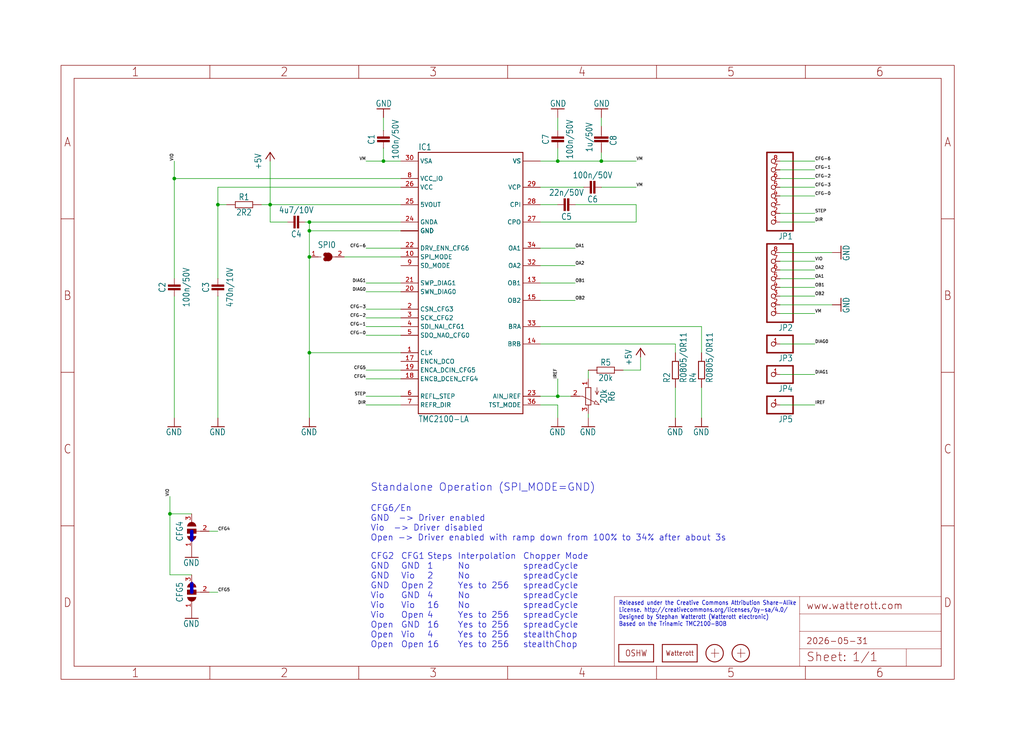
<source format=kicad_sch>
(kicad_sch (version 20230121) (generator eeschema)
  (paper "User" 298.45 217.322)
  (lib_symbols
    (symbol "working-eagle-import:+5V" (power)
      (property "Value" "+5V" (at -2.54 -5.08 90))
      (symbol "+5V_1_0"
        (polyline (pts (xy 0 0) (xy -1.27 -1.905)) (stroke (width 0.254)))
        (polyline (pts (xy 1.27 -1.905) (xy 0 0)) (stroke (width 0.254)))
        (pin power_in line (at 0 -2.54 90) (length 2.54) (name "+5V") (number "1"))
      )
    )
    (symbol "working-eagle-import:C-EUC0603"
      (property "Reference" "C" (at 1.524 0.381 0))
      (symbol "C-EUC0603_1_0"
        (rectangle (start -2.032 -2.032) (end 2.032 -1.524) (fill (type outline)))
        (rectangle (start -2.032 -1.016) (end 2.032 -0.508) (fill (type outline)))
        (polyline (pts (xy 0 -2.54) (xy 0 -2.032)) (stroke (width 0.1524)))
        (polyline (pts (xy 0 0) (xy 0 -0.508)) (stroke (width 0.1524)))
        (pin passive line (at 0 2.54 270) (length 2.54) (name "1") (number "1"))
        (pin passive line (at 0 -5.08 90) (length 2.54) (name "2") (number "2"))
      )
    )
    (symbol "working-eagle-import:CAPACITOR-0402"
      (property "Reference" "C" (at 0 2.54 0))
      (symbol "CAPACITOR-0402_1_0"
        (rectangle (start -0.762 1.778) (end -0.254 -1.778) (fill (type outline)))
        (polyline (pts (xy -2.54 0) (xy -0.762 0)) (stroke (width 0.1524)))
        (polyline (pts (xy 2.54 0) (xy 0.762 0)) (stroke (width 0.1524)))
        (rectangle (start 0.254 1.778) (end 0.762 -1.778) (fill (type outline)))
        (pin passive line (at -2.54 0 0) (length 0) (name "1") (number "1"))
        (pin passive line (at 2.54 0 180) (length 0) (name "2") (number "2"))
      )
    )
    (symbol "working-eagle-import:FRAME-A4L"
      (symbol "FRAME-A4L_1_0"
        (polyline (pts (xy 0 44.7675) (xy 3.81 44.7675)))
        (polyline (pts (xy 0 89.535) (xy 3.81 89.535)))
        (polyline (pts (xy 0 134.3025) (xy 3.81 134.3025)))
        (polyline (pts (xy 3.81 3.81) (xy 3.81 175.26)))
        (polyline (pts (xy 43.3917 0) (xy 43.3917 3.81)))
        (polyline (pts (xy 43.3917 175.26) (xy 43.3917 179.07)))
        (polyline (pts (xy 86.7833 0) (xy 86.7833 3.81)))
        (polyline (pts (xy 86.7833 175.26) (xy 86.7833 179.07)))
        (polyline (pts (xy 130.175 0) (xy 130.175 3.81)))
        (polyline (pts (xy 130.175 175.26) (xy 130.175 179.07)))
        (polyline (pts (xy 161.29 3.81) (xy 161.29 24.13)) (stroke (width 0.1016)))
        (polyline (pts (xy 161.29 24.13) (xy 215.265 24.13)) (stroke (width 0.1016)))
        (polyline (pts (xy 173.5667 0) (xy 173.5667 3.81)))
        (polyline (pts (xy 173.5667 175.26) (xy 173.5667 179.07)))
        (polyline (pts (xy 215.265 8.89) (xy 215.265 3.81)) (stroke (width 0.1016)))
        (polyline (pts (xy 215.265 8.89) (xy 215.265 13.97)) (stroke (width 0.1016)))
        (polyline (pts (xy 215.265 13.97) (xy 215.265 19.05)) (stroke (width 0.1016)))
        (polyline (pts (xy 215.265 13.97) (xy 256.54 13.97)) (stroke (width 0.1016)))
        (polyline (pts (xy 215.265 19.05) (xy 215.265 24.13)) (stroke (width 0.1016)))
        (polyline (pts (xy 215.265 19.05) (xy 256.54 19.05)) (stroke (width 0.1016)))
        (polyline (pts (xy 215.265 24.13) (xy 256.54 24.13)) (stroke (width 0.1016)))
        (polyline (pts (xy 216.9583 0) (xy 216.9583 3.81)))
        (polyline (pts (xy 216.9583 175.26) (xy 216.9583 179.07)))
        (polyline (pts (xy 246.38 3.81) (xy 246.38 8.89)) (stroke (width 0.1016)))
        (polyline (pts (xy 246.38 8.89) (xy 215.265 8.89)) (stroke (width 0.1016)))
        (polyline (pts (xy 246.38 8.89) (xy 256.54 8.89)) (stroke (width 0.1016)))
        (polyline (pts (xy 256.54 3.81) (xy 3.81 3.81)))
        (polyline (pts (xy 256.54 3.81) (xy 256.54 8.89)) (stroke (width 0.1016)))
        (polyline (pts (xy 256.54 3.81) (xy 256.54 175.26)))
        (polyline (pts (xy 256.54 8.89) (xy 256.54 13.97)) (stroke (width 0.1016)))
        (polyline (pts (xy 256.54 13.97) (xy 256.54 19.05)) (stroke (width 0.1016)))
        (polyline (pts (xy 256.54 19.05) (xy 256.54 24.13)) (stroke (width 0.1016)))
        (polyline (pts (xy 256.54 44.7675) (xy 260.35 44.7675)))
        (polyline (pts (xy 256.54 89.535) (xy 260.35 89.535)))
        (polyline (pts (xy 256.54 134.3025) (xy 260.35 134.3025)))
        (polyline (pts (xy 256.54 175.26) (xy 3.81 175.26)))
        (polyline (pts (xy 0 0) (xy 260.35 0) (xy 260.35 179.07) (xy 0 179.07) (xy 0 0)))
        (text "${#}/${##}" (at 230.505 5.08 0) (effects (font (size 2.54 2.54)) (justify left bottom)))
        (text "${CURRENT_DATE}" (at 217.17 10.16 0) (effects (font (size 1.778 1.778)) (justify left bottom)))
        (text "${PROJECTNAME}" (at 217.17 15.24 0) (effects (font (size 1.778 1.778)) (justify left bottom)))
        (text "1" (at 21.6958 1.905 0) (effects (font (size 2.54 2.286))))
        (text "1" (at 21.6958 177.165 0) (effects (font (size 2.54 2.286))))
        (text "2" (at 65.0875 1.905 0) (effects (font (size 2.54 2.286))))
        (text "2" (at 65.0875 177.165 0) (effects (font (size 2.54 2.286))))
        (text "3" (at 108.4792 1.905 0) (effects (font (size 2.54 2.286))))
        (text "3" (at 108.4792 177.165 0) (effects (font (size 2.54 2.286))))
        (text "4" (at 151.8708 1.905 0) (effects (font (size 2.54 2.286))))
        (text "4" (at 151.8708 177.165 0) (effects (font (size 2.54 2.286))))
        (text "5" (at 195.2625 1.905 0) (effects (font (size 2.54 2.286))))
        (text "5" (at 195.2625 177.165 0) (effects (font (size 2.54 2.286))))
        (text "6" (at 238.6542 1.905 0) (effects (font (size 2.54 2.286))))
        (text "6" (at 238.6542 177.165 0) (effects (font (size 2.54 2.286))))
        (text "A" (at 1.905 156.6863 0) (effects (font (size 2.54 2.286))))
        (text "A" (at 258.445 156.6863 0) (effects (font (size 2.54 2.286))))
        (text "B" (at 1.905 111.9188 0) (effects (font (size 2.54 2.286))))
        (text "B" (at 258.445 111.9188 0) (effects (font (size 2.54 2.286))))
        (text "C" (at 1.905 67.1513 0) (effects (font (size 2.54 2.286))))
        (text "C" (at 258.445 67.1513 0) (effects (font (size 2.54 2.286))))
        (text "D" (at 1.905 22.3838 0) (effects (font (size 2.54 2.286))))
        (text "D" (at 258.445 22.3838 0) (effects (font (size 2.54 2.286))))
        (text "Sheet:" (at 217.17 5.08 0) (effects (font (size 2.54 2.54)) (justify left bottom)))
        (text "www.watterott.com" (at 217.17 20.32 0) (effects (font (size 2.032 2.032)) (justify left bottom)))
      )
    )
    (symbol "working-eagle-import:GND" (power)
      (property "Value" "GND" (at -2.54 -2.54 0))
      (symbol "GND_1_0"
        (polyline (pts (xy -1.905 0) (xy 1.905 0)) (stroke (width 0.254)))
        (pin power_in line (at 0 2.54 270) (length 2.54) (name "GND") (number "1"))
      )
    )
    (symbol "working-eagle-import:JUMPER2-0402-NC"
      (property "Reference" "J" (at 0 2.54 0))
      (symbol "JUMPER2-0402-NC_1_0"
        (arc (start -0.381 -0.635) (mid 0.2514 -0.0001) (end -0.3808 0.635) (stroke (width 1.27)))
        (polyline (pts (xy -2.54 0) (xy -1.651 0)) (stroke (width 0.1524)))
        (polyline (pts (xy 2.54 0) (xy 1.651 0)) (stroke (width 0.1524)))
        (arc (start 0.3808 -0.635) (mid 1.0132 -0.0001) (end 0.381 0.635) (stroke (width 1.27)))
        (pin passive line (at -5.08 0 0) (length 2.54) (name "1") (number "1"))
        (pin passive line (at 5.08 0 180) (length 2.54) (name "2") (number "2"))
      )
    )
    (symbol "working-eagle-import:JUMPER3-0201"
      (property "Reference" "J" (at 2.54 0 90))
      (symbol "JUMPER3-0201_1_0"
        (arc (start -1.27 -1.397) (mid 0 -2.6615) (end 1.27 -1.397) (stroke (width 0.0001)) (fill (type outline)))
        (rectangle (start -1.27 -0.635) (end 1.27 0.635) (fill (type outline)))
        (polyline (pts (xy -2.54 0) (xy -1.27 0)) (stroke (width 0.1524)))
        (polyline (pts (xy -1.27 -0.635) (xy -1.27 0)) (stroke (width 0.1524)))
        (polyline (pts (xy -1.27 0) (xy -1.27 0.635)) (stroke (width 0.1524)))
        (polyline (pts (xy -1.27 0.635) (xy 1.27 0.635)) (stroke (width 0.1524)))
        (polyline (pts (xy 1.27 -0.635) (xy -1.27 -0.635)) (stroke (width 0.1524)))
        (polyline (pts (xy 1.27 0.635) (xy 1.27 -0.635)) (stroke (width 0.1524)))
        (arc (start 1.27 1.397) (mid 0 2.6615) (end -1.27 1.397) (stroke (width 0.0001)) (fill (type outline)))
        (pin passive line (at 0 5.08 270) (length 2.54) (name "1") (number "1"))
        (pin passive line (at -5.08 0 0) (length 2.54) (name "2") (number "2"))
        (pin passive line (at 0 -5.08 90) (length 2.54) (name "3") (number "3"))
      )
    )
    (symbol "working-eagle-import:LOGO-S_PLACE_M"
      (symbol "LOGO-S_PLACE_M_1_0"
        (polyline (pts (xy -5.08 -2.54) (xy -5.08 2.54)) (stroke (width 0.254)))
        (polyline (pts (xy -5.08 2.54) (xy 5.08 2.54)) (stroke (width 0.254)))
        (polyline (pts (xy 5.08 -2.54) (xy -5.08 -2.54)) (stroke (width 0.254)))
        (polyline (pts (xy 5.08 2.54) (xy 5.08 -2.54)) (stroke (width 0.254)))
        (text "Watterott" (at 0 0 0) (effects (font (size 1.4224 1.209))))
      )
    )
    (symbol "working-eagle-import:OSHW_LOGOX0070"
      (symbol "OSHW_LOGOX0070_1_0"
        (polyline (pts (xy -5.08 -2.54) (xy -5.08 2.54)) (stroke (width 0.254)))
        (polyline (pts (xy -5.08 2.54) (xy 5.08 2.54)) (stroke (width 0.254)))
        (polyline (pts (xy 5.08 -2.54) (xy -5.08 -2.54)) (stroke (width 0.254)))
        (polyline (pts (xy 5.08 2.54) (xy 5.08 -2.54)) (stroke (width 0.254)))
        (text "OSHW" (at 0 0 0) (effects (font (size 1.778 1.5113))))
      )
    )
    (symbol "working-eagle-import:PASSER-07"
      (symbol "PASSER-07_1_0"
        (polyline (pts (xy -1.016 0) (xy 1.27 0)) (stroke (width 0.127)))
        (polyline (pts (xy 0 1.27) (xy 0 -1.27)) (stroke (width 0.127)))
        (circle (center 0 0) (radius 2.54) (stroke (width 0.254)))
      )
    )
    (symbol "working-eagle-import:PINHD-1X08_2.54-S"
      (property "Reference" "JP" (at -6.35 13.335 0))
      (symbol "PINHD-1X08_2.54-S_1_0"
        (polyline (pts (xy -6.35 -10.16) (xy 1.27 -10.16)) (stroke (width 0.4064)))
        (polyline (pts (xy -6.35 12.7) (xy -6.35 -10.16)) (stroke (width 0.4064)))
        (polyline (pts (xy 1.27 -10.16) (xy 1.27 12.7)) (stroke (width 0.4064)))
        (polyline (pts (xy 1.27 12.7) (xy -6.35 12.7)) (stroke (width 0.4064)))
        (pin passive inverted (at -2.54 10.16 0) (length 2.54) (name "1") (number "1"))
        (pin passive inverted (at -2.54 7.62 0) (length 2.54) (name "2") (number "2"))
        (pin passive inverted (at -2.54 5.08 0) (length 2.54) (name "3") (number "3"))
        (pin passive inverted (at -2.54 2.54 0) (length 2.54) (name "4") (number "4"))
        (pin passive inverted (at -2.54 0 0) (length 2.54) (name "5") (number "5"))
        (pin passive inverted (at -2.54 -2.54 0) (length 2.54) (name "6") (number "6"))
        (pin passive inverted (at -2.54 -5.08 0) (length 2.54) (name "7") (number "7"))
        (pin passive inverted (at -2.54 -7.62 0) (length 2.54) (name "8") (number "8"))
      )
    )
    (symbol "working-eagle-import:PINHD-1X1"
      (property "Reference" "JP" (at -6.35 3.175 0))
      (symbol "PINHD-1X1_1_0"
        (polyline (pts (xy -6.35 -2.54) (xy 1.27 -2.54)) (stroke (width 0.4064)))
        (polyline (pts (xy -6.35 2.54) (xy -6.35 -2.54)) (stroke (width 0.4064)))
        (polyline (pts (xy 1.27 -2.54) (xy 1.27 2.54)) (stroke (width 0.4064)))
        (polyline (pts (xy 1.27 2.54) (xy -6.35 2.54)) (stroke (width 0.4064)))
        (pin passive inverted (at -2.54 0 0) (length 2.54) (name "1") (number "1"))
      )
    )
    (symbol "working-eagle-import:POTEVM3R"
      (property "Reference" "R" (at -5.842 0 90))
      (symbol "POTEVM3R_1_0"
        (polyline (pts (xy -3.1989 2.4495) (xy -1.7018 2.2352)) (stroke (width 0.1524)))
        (polyline (pts (xy -2.54 -2.54) (xy -2.54 -0.508)) (stroke (width 0.1524)))
        (polyline (pts (xy -2.54 -0.508) (xy -3.048 -1.524)) (stroke (width 0.1524)))
        (polyline (pts (xy -2.54 -0.508) (xy -2.032 -1.524)) (stroke (width 0.1524)))
        (polyline (pts (xy -2.1597 1.2939) (xy -3.1989 2.4495)) (stroke (width 0.1524)))
        (polyline (pts (xy -2.1597 1.2939) (xy -1.7018 2.2352)) (stroke (width 0.1524)))
        (polyline (pts (xy -0.762 -2.54) (xy 0.762 -2.54)) (stroke (width 0.2032)))
        (polyline (pts (xy -0.762 2.54) (xy -0.762 -2.54)) (stroke (width 0.2032)))
        (polyline (pts (xy 0.762 -2.54) (xy 0.762 2.54)) (stroke (width 0.2032)))
        (polyline (pts (xy 0.762 2.54) (xy -0.762 2.54)) (stroke (width 0.2032)))
        (polyline (pts (xy 1.651 0) (xy -1.8796 1.7526)) (stroke (width 0.1524)))
        (polyline (pts (xy 2.54 0) (xy 1.651 0)) (stroke (width 0.1524)))
        (pin passive line (at 0 -5.08 90) (length 2.54) (name "A") (number "1"))
        (pin passive line (at 5.08 0 180) (length 2.54) (name "S") (number "2"))
        (pin passive line (at 0 5.08 270) (length 2.54) (name "E") (number "3"))
      )
    )
    (symbol "working-eagle-import:R-EU_M0805"
      (property "Reference" "R" (at -3.81 1.4986 0))
      (symbol "R-EU_M0805_1_0"
        (polyline (pts (xy -2.54 -0.889) (xy -2.54 0.889)) (stroke (width 0.254)))
        (polyline (pts (xy -2.54 -0.889) (xy 2.54 -0.889)) (stroke (width 0.254)))
        (polyline (pts (xy 2.54 -0.889) (xy 2.54 0.889)) (stroke (width 0.254)))
        (polyline (pts (xy 2.54 0.889) (xy -2.54 0.889)) (stroke (width 0.254)))
        (pin passive line (at -5.08 0 0) (length 2.54) (name "1") (number "1"))
        (pin passive line (at 5.08 0 180) (length 2.54) (name "2") (number "2"))
      )
    )
    (symbol "working-eagle-import:RESISTOR-0402"
      (property "Reference" "R" (at 0 1.27 0))
      (symbol "RESISTOR-0402_1_0"
        (polyline (pts (xy -2.54 -0.889) (xy -2.54 0.889)) (stroke (width 0.2032)))
        (polyline (pts (xy -2.54 0.889) (xy 2.54 0.889)) (stroke (width 0.2032)))
        (polyline (pts (xy 2.54 -0.889) (xy -2.54 -0.889)) (stroke (width 0.2032)))
        (polyline (pts (xy 2.54 0.889) (xy 2.54 -0.889)) (stroke (width 0.2032)))
        (pin passive line (at -5.08 0 0) (length 2.54) (name "1") (number "1"))
        (pin passive line (at 5.08 0 180) (length 2.54) (name "2") (number "2"))
      )
    )
    (symbol "working-eagle-import:TMC2100-LA"
      (property "Reference" "IC" (at -15.24 40.64 0))
      (symbol "TMC2100-LA_1_0"
        (polyline (pts (xy -15.24 -38.1) (xy 15.24 -38.1)) (stroke (width 0.254)))
        (polyline (pts (xy -15.24 38.1) (xy -15.24 -38.1)) (stroke (width 0.254)))
        (polyline (pts (xy 15.24 -38.1) (xy 15.24 38.1)) (stroke (width 0.254)))
        (polyline (pts (xy 15.24 38.1) (xy -15.24 38.1)) (stroke (width 0.254)))
        (pin bidirectional line (at -20.32 -20.32 0) (length 5.08) (name "CLK") (number "1"))
        (pin bidirectional line (at -20.32 7.62 0) (length 5.08) (name "SPI_MODE") (number "10"))
        (pin power_in line (at -20.32 15.24 0) (length 5.08) (name "GND") (number "11"))
        (pin power_in line (at -20.32 15.24 0) (length 5.08) (name "GND") (number "12"))
        (pin output line (at 20.32 0 180) (length 5.08) (name "OB1") (number "13"))
        (pin output line (at 20.32 -17.78 180) (length 5.08) (name "BRB") (number "14"))
        (pin output line (at 20.32 -5.08 180) (length 5.08) (name "OB2") (number "15"))
        (pin power_in line (at 20.32 35.56 180) (length 5.08) (name "VS") (number "16"))
        (pin bidirectional line (at -20.32 -22.86 0) (length 5.08) (name "ENCN_DCO") (number "17"))
        (pin bidirectional line (at -20.32 -27.94 0) (length 5.08) (name "ENCB_DCEN_CFG4") (number "18"))
        (pin bidirectional line (at -20.32 -25.4 0) (length 5.08) (name "ENCA_DCIN_CFG5") (number "19"))
        (pin bidirectional line (at -20.32 -7.62 0) (length 5.08) (name "CSN_CFG3") (number "2"))
        (pin bidirectional line (at -20.32 -2.54 0) (length 5.08) (name "SWN_DIAG0") (number "20"))
        (pin bidirectional line (at -20.32 0 0) (length 5.08) (name "SWP_DIAG1") (number "21"))
        (pin bidirectional line (at -20.32 10.16 0) (length 5.08) (name "DRV_ENN_CFG6") (number "22"))
        (pin passive line (at 20.32 -33.02 180) (length 5.08) (name "AIN_IREF") (number "23"))
        (pin power_in line (at -20.32 17.78 0) (length 5.08) (name "GNDA") (number "24"))
        (pin power_in line (at -20.32 22.86 0) (length 5.08) (name "5VOUT") (number "25"))
        (pin power_in line (at -20.32 27.94 0) (length 5.08) (name "VCC") (number "26"))
        (pin passive line (at 20.32 17.78 180) (length 5.08) (name "CPO") (number "27"))
        (pin passive line (at 20.32 22.86 180) (length 5.08) (name "CPI") (number "28"))
        (pin passive line (at 20.32 27.94 180) (length 5.08) (name "VCP") (number "29"))
        (pin bidirectional line (at -20.32 -10.16 0) (length 5.08) (name "SCK_CFG2") (number "3"))
        (pin power_in line (at -20.32 35.56 0) (length 5.08) (name "VSA") (number "30"))
        (pin power_in line (at 20.32 35.56 180) (length 5.08) (name "VS") (number "31"))
        (pin output line (at 20.32 5.08 180) (length 5.08) (name "OA2") (number "32"))
        (pin output line (at 20.32 -12.7 180) (length 5.08) (name "BRA") (number "33"))
        (pin output line (at 20.32 10.16 180) (length 5.08) (name "OA1") (number "34"))
        (pin power_in line (at -20.32 15.24 0) (length 5.08) (name "GND") (number "35"))
        (pin bidirectional line (at 20.32 -35.56 180) (length 5.08) (name "TST_MODE") (number "36"))
        (pin bidirectional line (at -20.32 -12.7 0) (length 5.08) (name "SDI_NAI_CFG1") (number "4"))
        (pin bidirectional line (at -20.32 -15.24 0) (length 5.08) (name "SDO_NAO_CFG0") (number "5"))
        (pin bidirectional line (at -20.32 -33.02 0) (length 5.08) (name "REFL_STEP") (number "6"))
        (pin bidirectional line (at -20.32 -35.56 0) (length 5.08) (name "REFR_DIR") (number "7"))
        (pin power_in line (at -20.32 30.48 0) (length 5.08) (name "VCC_IO") (number "8"))
        (pin bidirectional line (at -20.32 5.08 0) (length 5.08) (name "SD_MODE") (number "9"))
        (pin power_in line (at -20.32 15.24 0) (length 5.08) (name "GND") (number "TP"))
      )
    )
  )
  (junction (at 78.74 59.69))
  (junction (at 162.56 115.57))
  (junction (at 90.17 64.77))
  (junction (at 90.17 67.31))
  (junction (at 63.5 59.69))
  (junction (at 50.8 52.07))
  (junction (at 111.76 46.99))
  (junction (at 90.17 74.93))
  (junction (at 49.53 149.86))
  (junction (at 175.26 46.99))
  (junction (at 162.56 46.99))
  (junction (at 90.17 102.87))
  (wire (pts (xy 157.48 54.61) (xy 170.18 54.61)) (stroke (width 0.1524)))
  (wire (pts (xy 90.17 102.87) (xy 90.17 74.93)) (stroke (width 0.1524)))
  (wire (pts (xy 237.49 57.15) (xy 227.33 57.15)) (stroke (width 0.1524)))
  (wire (pts (xy 185.42 64.77) (xy 185.42 59.69)) (stroke (width 0.1524)))
  (wire (pts (xy 227.33 81.28) (xy 237.49 81.28)) (stroke (width 0.1524)))
  (wire (pts (xy 60.96 172.72) (xy 63.5 172.72)) (stroke (width 0.1524)))
  (wire (pts (xy 196.85 121.92) (xy 196.85 113.03)) (stroke (width 0.1524)))
  (wire (pts (xy 49.53 149.86) (xy 49.53 144.78)) (stroke (width 0.1524)))
  (wire (pts (xy 227.33 83.82) (xy 237.49 83.82)) (stroke (width 0.1524)))
  (wire (pts (xy 171.45 121.92) (xy 171.45 120.65)) (stroke (width 0.1524)))
  (wire (pts (xy 157.48 64.77) (xy 185.42 64.77)) (stroke (width 0.1524)))
  (wire (pts (xy 157.48 59.69) (xy 162.56 59.69)) (stroke (width 0.1524)))
  (wire (pts (xy 204.47 121.92) (xy 204.47 113.03)) (stroke (width 0.1524)))
  (wire (pts (xy 185.42 59.69) (xy 167.64 59.69)) (stroke (width 0.1524)))
  (wire (pts (xy 227.33 109.22) (xy 237.49 109.22)) (stroke (width 0.1524)))
  (wire (pts (xy 157.48 87.63) (xy 167.64 87.63)) (stroke (width 0.1524)))
  (wire (pts (xy 116.84 90.17) (xy 106.68 90.17)) (stroke (width 0.1524)))
  (wire (pts (xy 90.17 67.31) (xy 90.17 74.93)) (stroke (width 0.1524)))
  (wire (pts (xy 186.69 104.14) (xy 186.69 107.95)) (stroke (width 0.1524)))
  (wire (pts (xy 237.49 118.11) (xy 227.33 118.11)) (stroke (width 0.1524)))
  (wire (pts (xy 227.33 54.61) (xy 237.49 54.61)) (stroke (width 0.1524)))
  (wire (pts (xy 78.74 59.69) (xy 76.2 59.69)) (stroke (width 0.1524)))
  (wire (pts (xy 157.48 77.47) (xy 167.64 77.47)) (stroke (width 0.1524)))
  (wire (pts (xy 157.48 82.55) (xy 167.64 82.55)) (stroke (width 0.1524)))
  (wire (pts (xy 116.84 110.49) (xy 106.68 110.49)) (stroke (width 0.1524)))
  (wire (pts (xy 63.5 154.94) (xy 60.96 154.94)) (stroke (width 0.1524)))
  (wire (pts (xy 157.48 118.11) (xy 162.56 118.11)) (stroke (width 0.1524)))
  (wire (pts (xy 90.17 67.31) (xy 116.84 67.31)) (stroke (width 0.1524)))
  (wire (pts (xy 196.85 100.33) (xy 196.85 102.87)) (stroke (width 0.1524)))
  (wire (pts (xy 116.84 72.39) (xy 106.68 72.39)) (stroke (width 0.1524)))
  (wire (pts (xy 63.5 86.36) (xy 63.5 121.92)) (stroke (width 0.1524)))
  (wire (pts (xy 162.56 46.99) (xy 162.56 43.18)) (stroke (width 0.1524)))
  (wire (pts (xy 78.74 59.69) (xy 116.84 59.69)) (stroke (width 0.1524)))
  (wire (pts (xy 162.56 38.1) (xy 162.56 34.29)) (stroke (width 0.1524)))
  (wire (pts (xy 227.33 52.07) (xy 237.49 52.07)) (stroke (width 0.1524)))
  (wire (pts (xy 227.33 86.36) (xy 237.49 86.36)) (stroke (width 0.1524)))
  (wire (pts (xy 63.5 81.28) (xy 63.5 59.69)) (stroke (width 0.1524)))
  (wire (pts (xy 78.74 64.77) (xy 78.74 59.69)) (stroke (width 0.1524)))
  (wire (pts (xy 162.56 115.57) (xy 157.48 115.57)) (stroke (width 0.1524)))
  (wire (pts (xy 111.76 34.29) (xy 111.76 38.1)) (stroke (width 0.1524)))
  (polyline (pts (xy 55.88 172.72) (xy 55.88 170.18)) (stroke (width 1.016) (type solid)))
  (wire (pts (xy 63.5 59.69) (xy 63.5 54.61)) (stroke (width 0.1524)))
  (wire (pts (xy 162.56 115.57) (xy 162.56 110.49)) (stroke (width 0.1524)))
  (wire (pts (xy 175.26 44.45) (xy 175.26 46.99)) (stroke (width 0.1524)))
  (wire (pts (xy 106.68 97.79) (xy 116.84 97.79)) (stroke (width 0.1524)))
  (wire (pts (xy 162.56 118.11) (xy 162.56 121.92)) (stroke (width 0.1524)))
  (wire (pts (xy 49.53 167.64) (xy 49.53 149.86)) (stroke (width 0.1524)))
  (wire (pts (xy 116.84 118.11) (xy 106.68 118.11)) (stroke (width 0.1524)))
  (wire (pts (xy 88.9 64.77) (xy 90.17 64.77)) (stroke (width 0.1524)))
  (wire (pts (xy 227.33 62.23) (xy 237.49 62.23)) (stroke (width 0.1524)))
  (wire (pts (xy 116.84 102.87) (xy 90.17 102.87)) (stroke (width 0.1524)))
  (wire (pts (xy 162.56 46.99) (xy 175.26 46.99)) (stroke (width 0.1524)))
  (wire (pts (xy 175.26 54.61) (xy 185.42 54.61)) (stroke (width 0.1524)))
  (wire (pts (xy 116.84 82.55) (xy 106.68 82.55)) (stroke (width 0.1524)))
  (wire (pts (xy 116.84 115.57) (xy 106.68 115.57)) (stroke (width 0.1524)))
  (wire (pts (xy 116.84 85.09) (xy 106.68 85.09)) (stroke (width 0.1524)))
  (wire (pts (xy 116.84 52.07) (xy 50.8 52.07)) (stroke (width 0.1524)))
  (wire (pts (xy 66.04 59.69) (xy 63.5 59.69)) (stroke (width 0.1524)))
  (wire (pts (xy 116.84 64.77) (xy 90.17 64.77)) (stroke (width 0.1524)))
  (wire (pts (xy 50.8 52.07) (xy 50.8 81.28)) (stroke (width 0.1524)))
  (wire (pts (xy 157.48 95.25) (xy 204.47 95.25)) (stroke (width 0.1524)))
  (wire (pts (xy 116.84 107.95) (xy 106.68 107.95)) (stroke (width 0.1524)))
  (wire (pts (xy 83.82 64.77) (xy 78.74 64.77)) (stroke (width 0.1524)))
  (wire (pts (xy 175.26 36.83) (xy 175.26 34.29)) (stroke (width 0.1524)))
  (wire (pts (xy 227.33 46.99) (xy 237.49 46.99)) (stroke (width 0.1524)))
  (wire (pts (xy 111.76 43.18) (xy 111.76 46.99)) (stroke (width 0.1524)))
  (wire (pts (xy 55.88 149.86) (xy 49.53 149.86)) (stroke (width 0.1524)))
  (wire (pts (xy 55.88 167.64) (xy 49.53 167.64)) (stroke (width 0.1524)))
  (wire (pts (xy 116.84 54.61) (xy 63.5 54.61)) (stroke (width 0.1524)))
  (wire (pts (xy 116.84 92.71) (xy 106.68 92.71)) (stroke (width 0.1524)))
  (wire (pts (xy 171.45 110.49) (xy 171.45 107.95)) (stroke (width 0.1524)))
  (wire (pts (xy 227.33 76.2) (xy 237.49 76.2)) (stroke (width 0.1524)))
  (wire (pts (xy 175.26 46.99) (xy 185.42 46.99)) (stroke (width 0.1524)))
  (wire (pts (xy 90.17 102.87) (xy 90.17 121.92)) (stroke (width 0.1524)))
  (wire (pts (xy 116.84 46.99) (xy 111.76 46.99)) (stroke (width 0.1524)))
  (wire (pts (xy 227.33 100.33) (xy 237.49 100.33)) (stroke (width 0.1524)))
  (wire (pts (xy 227.33 78.74) (xy 237.49 78.74)) (stroke (width 0.1524)))
  (polyline (pts (xy 55.88 157.48) (xy 55.88 154.94)) (stroke (width 1.016) (type solid)))
  (wire (pts (xy 157.48 72.39) (xy 167.64 72.39)) (stroke (width 0.1524)))
  (wire (pts (xy 78.74 59.69) (xy 78.74 46.99)) (stroke (width 0.1524)))
  (wire (pts (xy 116.84 95.25) (xy 106.68 95.25)) (stroke (width 0.1524)))
  (wire (pts (xy 166.37 115.57) (xy 162.56 115.57)) (stroke (width 0.1524)))
  (wire (pts (xy 227.33 64.77) (xy 237.49 64.77)) (stroke (width 0.1524)))
  (wire (pts (xy 227.33 88.9) (xy 242.57 88.9)) (stroke (width 0.1524)))
  (wire (pts (xy 227.33 49.53) (xy 237.49 49.53)) (stroke (width 0.1524)))
  (wire (pts (xy 50.8 52.07) (xy 50.8 46.99)) (stroke (width 0.1524)))
  (wire (pts (xy 157.48 46.99) (xy 162.56 46.99)) (stroke (width 0.1524)))
  (wire (pts (xy 204.47 95.25) (xy 204.47 102.87)) (stroke (width 0.1524)))
  (wire (pts (xy 227.33 91.44) (xy 237.49 91.44)) (stroke (width 0.1524)))
  (wire (pts (xy 90.17 64.77) (xy 90.17 67.31)) (stroke (width 0.1524)))
  (wire (pts (xy 157.48 100.33) (xy 196.85 100.33)) (stroke (width 0.1524)))
  (wire (pts (xy 116.84 74.93) (xy 100.33 74.93)) (stroke (width 0.1524)))
  (wire (pts (xy 227.33 73.66) (xy 242.57 73.66)) (stroke (width 0.1524)))
  (wire (pts (xy 50.8 86.36) (xy 50.8 121.92)) (stroke (width 0.1524)))
  (wire (pts (xy 111.76 46.99) (xy 106.68 46.99)) (stroke (width 0.1524)))
  (wire (pts (xy 186.69 107.95) (xy 181.61 107.95)) (stroke (width 0.1524)))
  (text "Interpolation\nNo\nNo\nYes to 256\nNo\nNo\nYes to 256\nYes to 256\nYes to 256\nYes to 256" (at 133.35 161.29 0) (effects (font (size 1.778 1.778)) (justify left top)))
  (text "CFG6/En\nGND  -> Driver enabled\nVio  -> Driver disabled\nOpen -> Driver enabled with ramp down from 100% to 34% after about 3s" (at 107.95 147.32 0) (effects (font (size 1.778 1.778)) (justify left top)))
  (text "CFG2\nGND\nGND\nGND\nVio\nVio\nVio\nOpen\nOpen\nOpen" (at 107.95 161.29 0) (effects (font (size 1.778 1.778)) (justify left top)))
  (text "Steps\n1\n2\n2\n4\n16\n4\n16\n4\n16" (at 124.46 161.29 0) (effects (font (size 1.778 1.778)) (justify left top)))
  (text "Released under the Creative Commons Attribution Share-Alike\nLicense. http://creativecommons.org/licenses/by-sa/4.0/\nDesigned by Stephan Watterott (Watterott electronic)\nBased on the Trinamic TMC2100-BOB" (at 180.34 175.26 0) (effects (font (size 1.27 1.0795)) (justify left top)))
  (text "Chopper Mode\nspreadCycle\nspreadCycle\nspreadCycle\nspreadCycle\nspreadCycle\nspreadCycle\nspreadCycle\nstealthChop\nstealthChop" (at 152.4 161.29 0) (effects (font (size 1.778 1.778)) (justify left top)))
  (text "CFG1\nGND\nVio\nOpen\nGND\nVio\nOpen\nGND\nVio\nOpen" (at 116.84 161.29 0) (effects (font (size 1.778 1.778)) (justify left top)))
  (text "Standalone Operation (SPI_MODE=GND)" (at 107.95 140.97 0) (effects (font (size 2.1844 2.1844)) (justify left top)))
  (label "IREF" (at 237.49 118.11 0) (effects (font (size 0.889 0.889))))
  (label "VIO" (at 49.53 144.78 90) (effects (font (size 0.889 0.889))))
  (label "VIO" (at 50.8 46.99 90) (effects (font (size 0.889 0.889))))
  (label "VM" (at 185.42 54.61 0) (effects (font (size 0.889 0.889))))
  (label "IREF" (at 162.56 110.49 90) (effects (font (size 0.889 0.889))))
  (label "CFG-3" (at 106.68 90.17 180) (effects (font (size 0.889 0.889))))
  (label "VM" (at 106.68 46.99 180) (effects (font (size 0.889 0.889))))
  (label "DIR" (at 237.49 64.77 0) (effects (font (size 0.889 0.889))))
  (label "CFG5" (at 63.5 172.72 0) (effects (font (size 0.889 0.889))))
  (label "OB2" (at 167.64 87.63 0) (effects (font (size 0.889 0.889))))
  (label "CFG-2" (at 237.49 52.07 0) (effects (font (size 0.889 0.889))))
  (label "OB2" (at 237.49 86.36 0) (effects (font (size 0.889 0.889))))
  (label "CFG5" (at 106.68 107.95 180) (effects (font (size 0.889 0.889))))
  (label "CFG-6" (at 106.68 72.39 180) (effects (font (size 0.889 0.889))))
  (label "OA2" (at 167.64 77.47 0) (effects (font (size 0.889 0.889))))
  (label "DIAG0" (at 106.68 85.09 180) (effects (font (size 0.889 0.889))))
  (label "CFG-6" (at 237.49 46.99 0) (effects (font (size 0.889 0.889))))
  (label "OA1" (at 167.64 72.39 0) (effects (font (size 0.889 0.889))))
  (label "OB1" (at 167.64 82.55 0) (effects (font (size 0.889 0.889))))
  (label "CFG-1" (at 237.49 49.53 0) (effects (font (size 0.889 0.889))))
  (label "DIAG1" (at 237.49 109.22 0) (effects (font (size 0.889 0.889))))
  (label "STEP" (at 237.49 62.23 0) (effects (font (size 0.889 0.889))))
  (label "STEP" (at 106.68 115.57 180) (effects (font (size 0.889 0.889))))
  (label "OA1" (at 237.49 81.28 0) (effects (font (size 0.889 0.889))))
  (label "VM" (at 237.49 91.44 0) (effects (font (size 0.889 0.889))))
  (label "DIR" (at 106.68 118.11 180) (effects (font (size 0.889 0.889))))
  (label "DIAG0" (at 237.49 100.33 0) (effects (font (size 0.889 0.889))))
  (label "VIO" (at 237.49 76.2 0) (effects (font (size 0.889 0.889))))
  (label "OB1" (at 237.49 83.82 0) (effects (font (size 0.889 0.889))))
  (label "CFG-1" (at 106.68 95.25 180) (effects (font (size 0.889 0.889))))
  (label "VM" (at 185.42 46.99 0) (effects (font (size 0.889 0.889))))
  (label "CFG4" (at 63.5 154.94 0) (effects (font (size 0.889 0.889))))
  (label "CFG-0" (at 237.49 57.15 0) (effects (font (size 0.889 0.889))))
  (label "OA2" (at 237.49 78.74 0) (effects (font (size 0.889 0.889))))
  (label "CFG-2" (at 106.68 92.71 180) (effects (font (size 0.889 0.889))))
  (label "CFG-0" (at 106.68 97.79 180) (effects (font (size 0.889 0.889))))
  (label "DIAG1" (at 106.68 82.55 180) (effects (font (size 0.889 0.889))))
  (label "CFG4" (at 106.68 110.49 180) (effects (font (size 0.889 0.889))))
  (label "CFG-3" (at 237.49 54.61 0) (effects (font (size 0.889 0.889))))
  (symbol (lib_id "working-eagle-import:GND") (at 162.56 124.46 0) (unit 1)
    (property "Reference" "#GND12" (effects hide))
    (property "Value" "GND" (at 160.02 127 0) (effects (font (size 1.778 1.5113)) (justify left bottom)))
  )
  (symbol (lib_id "working-eagle-import:R-EU_M0805") (at 196.85 107.95 90) (unit 1)
    (property "Reference" "R2" (at 195.3514 111.76 0) (effects (font (size 1.778 1.5113)) (justify left bottom)))
    (property "Value" "R0805/0R11" (at 200.152 111.76 0) (effects (font (size 1.778 1.5113)) (justify left bottom)))
    (property "Footprint" "working:M0805" (effects hide))
  )
  (symbol (lib_id "working-eagle-import:GND") (at 245.11 73.66 90) (unit 1)
    (property "Reference" "#GND3" (effects hide))
    (property "Value" "GND" (at 247.65 76.2 0) (effects (font (size 1.778 1.5113)) (justify left bottom)))
  )
  (symbol (lib_id "working-eagle-import:CAPACITOR-0402") (at 165.1 59.69 180) (unit 1)
    (property "Reference" "C5" (at 165.1 62.23 0) (effects (font (size 1.778 1.5113)) (justify bottom)))
    (property "Value" "22n/50V" (at 165.1 57.15 0) (effects (font (size 1.778 1.5113)) (justify top)))
    (property "Footprint" "working:C0402" (effects hide))
  )
  (symbol (lib_id "working-eagle-import:+5V") (at 78.74 44.45 0) (unit 1)
    (property "Reference" "#P+1" (effects hide))
    (property "Value" "+5V" (at 76.2 49.53 90) (effects (font (size 1.778 1.5113)) (justify left bottom)))
  )
  (symbol (lib_id "working-eagle-import:PINHD-1X1") (at 224.79 100.33 180) (unit 1)
    (property "Reference" "JP3" (at 231.14 103.505 0) (effects (font (size 1.778 1.5113)) (justify left bottom)))
    (property "Value" "PINHD-1X1" (effects hide))
    (property "Footprint" "working:1X01" (effects hide))
  )
  (symbol (lib_id "working-eagle-import:TMC2100-LA") (at 137.16 82.55 0) (unit 1)
    (property "Reference" "IC1" (at 121.92 41.91 0) (effects (font (size 1.778 1.5113)) (justify left top)))
    (property "Value" "TMC2100-LA" (at 121.92 123.19 0) (effects (font (size 1.778 1.5113)) (justify left bottom)))
    (property "Footprint" "working:QFN36-PAD" (effects hide))
  )
  (symbol (lib_id "working-eagle-import:CAPACITOR-0402") (at 162.56 40.64 90) (unit 1)
    (property "Reference" "C7" (at 160.02 40.64 0) (effects (font (size 1.778 1.5113)) (justify bottom)))
    (property "Value" "100n/50V" (at 165.1 40.64 0) (effects (font (size 1.778 1.5113)) (justify top)))
    (property "Footprint" "working:C0402" (effects hide))
  )
  (symbol (lib_id "working-eagle-import:GND") (at 63.5 124.46 0) (unit 1)
    (property "Reference" "#GND6" (effects hide))
    (property "Value" "GND" (at 60.96 127 0) (effects (font (size 1.778 1.5113)) (justify left bottom)))
  )
  (symbol (lib_id "working-eagle-import:+5V") (at 186.69 101.6 0) (unit 1)
    (property "Reference" "#P+2" (effects hide))
    (property "Value" "+5V" (at 184.15 106.68 90) (effects (font (size 1.778 1.5113)) (justify left bottom)))
  )
  (symbol (lib_id "working-eagle-import:GND") (at 175.26 31.75 180) (unit 1)
    (property "Reference" "#GND14" (effects hide))
    (property "Value" "GND" (at 177.8 29.21 0) (effects (font (size 1.778 1.5113)) (justify left bottom)))
  )
  (symbol (lib_id "working-eagle-import:PINHD-1X1") (at 224.79 109.22 180) (unit 1)
    (property "Reference" "JP4" (at 231.14 112.395 0) (effects (font (size 1.778 1.5113)) (justify left bottom)))
    (property "Value" "PINHD-1X1" (effects hide))
    (property "Footprint" "working:1X01" (effects hide))
  )
  (symbol (lib_id "working-eagle-import:GND") (at 204.47 124.46 0) (unit 1)
    (property "Reference" "#GND11" (effects hide))
    (property "Value" "GND" (at 201.93 127 0) (effects (font (size 1.778 1.5113)) (justify left bottom)))
  )
  (symbol (lib_id "working-eagle-import:RESISTOR-0402") (at 71.12 59.69 0) (unit 1)
    (property "Reference" "R1" (at 71.12 58.42 0) (effects (font (size 1.778 1.5113)) (justify bottom)))
    (property "Value" "2R2" (at 71.12 60.96 0) (effects (font (size 1.778 1.5113)) (justify top)))
    (property "Footprint" "working:C0402" (effects hide))
  )
  (symbol (lib_id "working-eagle-import:OSHW_LOGOX0070") (at 185.42 190.5 0) (unit 1)
    (property "Reference" "LOGO1" (effects hide))
    (property "Value" "OSHW_LOGOX0070" (effects hide))
    (property "Footprint" "working:OSHW_6X70" (effects hide))
  )
  (symbol (lib_id "working-eagle-import:R-EU_M0805") (at 204.47 107.95 90) (unit 1)
    (property "Reference" "R4" (at 202.9714 111.76 0) (effects (font (size 1.778 1.5113)) (justify left bottom)))
    (property "Value" "R0805/0R11" (at 207.772 111.76 0) (effects (font (size 1.778 1.5113)) (justify left bottom)))
    (property "Footprint" "working:M0805" (effects hide))
  )
  (symbol (lib_id "working-eagle-import:CAPACITOR-0402") (at 111.76 40.64 90) (unit 1)
    (property "Reference" "C1" (at 109.22 40.64 0) (effects (font (size 1.778 1.5113)) (justify bottom)))
    (property "Value" "100n/50V" (at 114.3 40.64 0) (effects (font (size 1.778 1.5113)) (justify top)))
    (property "Footprint" "working:C0402" (effects hide))
  )
  (symbol (lib_id "working-eagle-import:JUMPER2-0402-NC") (at 95.25 74.93 0) (unit 1)
    (property "Reference" "SPI0" (at 95.25 72.39 0) (effects (font (size 1.778 1.5113)) (justify bottom)))
    (property "Value" "JUMPER2-0402-NC" (effects hide))
    (property "Footprint" "working:JUMPER2-0402_NC" (effects hide))
  )
  (symbol (lib_id "working-eagle-import:GND") (at 245.11 88.9 90) (unit 1)
    (property "Reference" "#GND2" (effects hide))
    (property "Value" "GND" (at 247.65 91.44 0) (effects (font (size 1.778 1.5113)) (justify left bottom)))
  )
  (symbol (lib_id "working-eagle-import:LOGO-S_PLACE_M") (at 198.12 190.5 0) (unit 1)
    (property "Reference" "LOGO2" (effects hide))
    (property "Value" "LOGO-S_PLACE_M" (effects hide))
    (property "Footprint" "working:SPARK_TPLACE_M" (effects hide))
  )
  (symbol (lib_id "working-eagle-import:GND") (at 55.88 180.34 0) (unit 1)
    (property "Reference" "#GND16" (effects hide))
    (property "Value" "GND" (at 53.34 182.88 0) (effects (font (size 1.778 1.5113)) (justify left bottom)))
  )
  (symbol (lib_id "working-eagle-import:GND") (at 111.76 31.75 180) (unit 1)
    (property "Reference" "#GND1" (effects hide))
    (property "Value" "GND" (at 114.3 29.21 0) (effects (font (size 1.778 1.5113)) (justify left bottom)))
  )
  (symbol (lib_id "working-eagle-import:CAPACITOR-0402") (at 172.72 54.61 180) (unit 1)
    (property "Reference" "C6" (at 172.72 57.15 0) (effects (font (size 1.778 1.5113)) (justify bottom)))
    (property "Value" "100n/50V" (at 172.72 52.07 0) (effects (font (size 1.778 1.5113)) (justify top)))
    (property "Footprint" "working:C0402" (effects hide))
  )
  (symbol (lib_id "working-eagle-import:JUMPER3-0201") (at 55.88 172.72 180) (unit 1)
    (property "Reference" "CFG5" (at 53.34 172.72 90) (effects (font (size 1.778 1.5113)) (justify top)))
    (property "Value" "JUMPER3-0201" (effects hide))
    (property "Footprint" "working:JUMPER3-0201" (effects hide))
  )
  (symbol (lib_id "working-eagle-import:RESISTOR-0402") (at 176.53 107.95 0) (unit 1)
    (property "Reference" "R5" (at 176.53 106.68 0) (effects (font (size 1.778 1.5113)) (justify bottom)))
    (property "Value" "20k" (at 176.53 109.22 0) (effects (font (size 1.778 1.5113)) (justify top)))
    (property "Footprint" "working:C0402" (effects hide))
  )
  (symbol (lib_id "working-eagle-import:GND") (at 90.17 124.46 0) (unit 1)
    (property "Reference" "#GND17" (effects hide))
    (property "Value" "GND" (at 87.63 127 0) (effects (font (size 1.778 1.5113)) (justify left bottom)))
  )
  (symbol (lib_id "working-eagle-import:POTEVM3R") (at 171.45 115.57 180) (unit 1)
    (property "Reference" "R6" (at 177.292 115.57 90) (effects (font (size 1.778 1.5113)) (justify bottom)))
    (property "Value" "20k" (at 175.006 115.57 90) (effects (font (size 1.778 1.5113)) (justify bottom)))
    (property "Footprint" "working:POT_EVM3R" (effects hide))
  )
  (symbol (lib_id "working-eagle-import:PINHD-1X08_2.54-S") (at 224.79 54.61 180) (unit 1)
    (property "Reference" "JP1" (at 231.14 67.945 0) (effects (font (size 1.778 1.5113)) (justify left bottom)))
    (property "Value" "PINHD-1X08_2.54-S" (effects hide))
    (property "Footprint" "working:1X08-S" (effects hide))
  )
  (symbol (lib_id "working-eagle-import:FRAME-A4L") (at 17.78 198.12 0) (unit 1)
    (property "Reference" "#FRAME1" (effects hide))
    (property "Value" "FRAME-A4L" (effects hide))
  )
  (symbol (lib_id "working-eagle-import:GND") (at 196.85 124.46 0) (unit 1)
    (property "Reference" "#GND10" (effects hide))
    (property "Value" "GND" (at 194.31 127 0) (effects (font (size 1.778 1.5113)) (justify left bottom)))
  )
  (symbol (lib_id "working-eagle-import:GND") (at 162.56 31.75 180) (unit 1)
    (property "Reference" "#GND8" (effects hide))
    (property "Value" "GND" (at 165.1 29.21 0) (effects (font (size 1.778 1.5113)) (justify left bottom)))
  )
  (symbol (lib_id "working-eagle-import:GND") (at 171.45 124.46 0) (unit 1)
    (property "Reference" "#GND13" (effects hide))
    (property "Value" "GND" (at 168.91 127 0) (effects (font (size 1.778 1.5113)) (justify left bottom)))
  )
  (symbol (lib_id "working-eagle-import:PASSER-07") (at 208.28 190.5 0) (unit 1)
    (property "Reference" "X1" (effects hide))
    (property "Value" "PASSER-07" (effects hide))
    (property "Footprint" "working:PASSER_07MM" (effects hide))
  )
  (symbol (lib_id "working-eagle-import:CAPACITOR-0402") (at 86.36 64.77 180) (unit 1)
    (property "Reference" "C4" (at 86.36 67.31 0) (effects (font (size 1.778 1.5113)) (justify bottom)))
    (property "Value" "4u7/10V" (at 86.36 62.23 0) (effects (font (size 1.778 1.5113)) (justify top)))
    (property "Footprint" "working:C0402" (effects hide))
  )
  (symbol (lib_id "working-eagle-import:C-EUC0603") (at 175.26 41.91 180) (unit 1)
    (property "Reference" "C8" (at 177.8 39.37 90) (effects (font (size 1.778 1.5113)) (justify left bottom)))
    (property "Value" "1u/50V" (at 172.72 44.45 90) (effects (font (size 1.778 1.5113)) (justify right top)))
    (property "Footprint" "working:C0603" (effects hide))
  )
  (symbol (lib_id "working-eagle-import:GND") (at 50.8 124.46 0) (unit 1)
    (property "Reference" "#GND7" (effects hide))
    (property "Value" "GND" (at 48.26 127 0) (effects (font (size 1.778 1.5113)) (justify left bottom)))
  )
  (symbol (lib_id "working-eagle-import:PINHD-1X1") (at 224.79 118.11 180) (unit 1)
    (property "Reference" "JP5" (at 231.14 121.285 0) (effects (font (size 1.778 1.5113)) (justify left bottom)))
    (property "Value" "PINHD-1X1" (effects hide))
    (property "Footprint" "working:1X01" (effects hide))
  )
  (symbol (lib_id "working-eagle-import:PASSER-07") (at 215.9 190.5 0) (unit 1)
    (property "Reference" "X2" (effects hide))
    (property "Value" "PASSER-07" (effects hide))
    (property "Footprint" "working:PASSER_07MM" (effects hide))
  )
  (symbol (lib_id "working-eagle-import:CAPACITOR-0402") (at 50.8 83.82 90) (unit 1)
    (property "Reference" "C2" (at 48.26 83.82 0) (effects (font (size 1.778 1.5113)) (justify bottom)))
    (property "Value" "100n/50V" (at 53.34 83.82 0) (effects (font (size 1.778 1.5113)) (justify top)))
    (property "Footprint" "working:C0402" (effects hide))
  )
  (symbol (lib_id "working-eagle-import:JUMPER3-0201") (at 55.88 154.94 180) (unit 1)
    (property "Reference" "CFG4" (at 53.34 154.94 90) (effects (font (size 1.778 1.5113)) (justify top)))
    (property "Value" "JUMPER3-0201" (effects hide))
    (property "Footprint" "working:JUMPER3-0201" (effects hide))
  )
  (symbol (lib_id "working-eagle-import:CAPACITOR-0402") (at 63.5 83.82 90) (unit 1)
    (property "Reference" "C3" (at 60.96 83.82 0) (effects (font (size 1.778 1.5113)) (justify bottom)))
    (property "Value" "470n/10V" (at 66.04 83.82 0) (effects (font (size 1.778 1.5113)) (justify top)))
    (property "Footprint" "working:C0402" (effects hide))
  )
  (symbol (lib_id "working-eagle-import:GND") (at 55.88 162.56 0) (unit 1)
    (property "Reference" "#GND15" (effects hide))
    (property "Value" "GND" (at 53.34 165.1 0) (effects (font (size 1.778 1.5113)) (justify left bottom)))
  )
  (symbol (lib_id "working-eagle-import:PINHD-1X08_2.54-S") (at 224.79 81.28 180) (unit 1)
    (property "Reference" "JP2" (at 231.14 94.615 0) (effects (font (size 1.778 1.5113)) (justify left bottom)))
    (property "Value" "PINHD-1X08_2.54-S" (effects hide))
    (property "Footprint" "working:1X08-S" (effects hide))
  )
)
</source>
